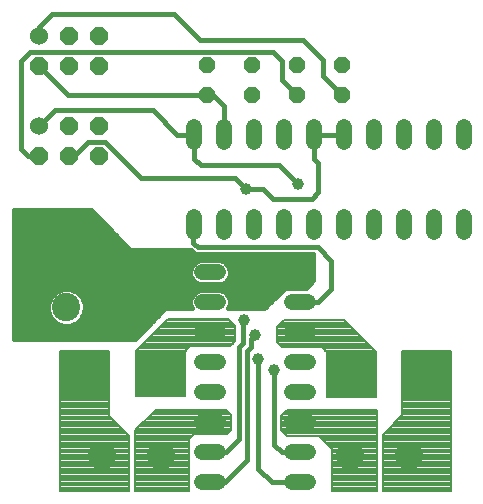
<source format=gtl>
G75*
G70*
%OFA0B0*%
%FSLAX24Y24*%
%IPPOS*%
%LPD*%
%AMOC8*
5,1,8,0,0,1.08239X$1,22.5*
%
%ADD10C,0.0945*%
%ADD11C,0.0520*%
%ADD12C,0.0600*%
%ADD13OC8,0.0600*%
%ADD14R,0.1669X0.1500*%
%ADD15OC8,0.0520*%
%ADD16C,0.0160*%
%ADD17C,0.0396*%
%ADD18C,0.0080*%
D10*
X003912Y001957D03*
X005881Y001957D03*
X002727Y006918D03*
X002727Y008887D03*
X012195Y001958D03*
X014163Y001958D03*
D11*
X010782Y002079D02*
X010262Y002079D01*
X010262Y001079D02*
X010782Y001079D01*
X010782Y003079D02*
X010262Y003079D01*
X010262Y004079D02*
X010782Y004079D01*
X010782Y005079D02*
X010262Y005079D01*
X010262Y006079D02*
X010782Y006079D01*
X010782Y007079D02*
X010262Y007079D01*
X010262Y008079D02*
X010782Y008079D01*
X010983Y009412D02*
X010983Y009932D01*
X009983Y009932D02*
X009983Y009412D01*
X008983Y009412D02*
X008983Y009932D01*
X007983Y009932D02*
X007983Y009412D01*
X006983Y009412D02*
X006983Y009932D01*
X007262Y008079D02*
X007782Y008079D01*
X007782Y007079D02*
X007262Y007079D01*
X007262Y006079D02*
X007782Y006079D01*
X007782Y005079D02*
X007262Y005079D01*
X007262Y004079D02*
X007782Y004079D01*
X007782Y003079D02*
X007262Y003079D01*
X007262Y002079D02*
X007782Y002079D01*
X007782Y001079D02*
X007262Y001079D01*
X011983Y009412D02*
X011983Y009932D01*
X012983Y009932D02*
X012983Y009412D01*
X013983Y009412D02*
X013983Y009932D01*
X014983Y009932D02*
X014983Y009412D01*
X015983Y009412D02*
X015983Y009932D01*
X015983Y012412D02*
X015983Y012932D01*
X014983Y012932D02*
X014983Y012412D01*
X013983Y012412D02*
X013983Y012932D01*
X012983Y012932D02*
X012983Y012412D01*
X011983Y012412D02*
X011983Y012932D01*
X010983Y012932D02*
X010983Y012412D01*
X009983Y012412D02*
X009983Y012932D01*
X008983Y012932D02*
X008983Y012412D01*
X007983Y012412D02*
X007983Y012932D01*
X006983Y012932D02*
X006983Y012412D01*
D12*
X001823Y012952D03*
X001823Y015952D03*
D13*
X001823Y014952D03*
X002823Y014952D03*
X002823Y015952D03*
X003823Y015952D03*
X003823Y014952D03*
X003823Y012952D03*
X002823Y012952D03*
X002823Y011952D03*
X003823Y011952D03*
X001823Y011952D03*
D14*
X003361Y004692D03*
X005873Y004692D03*
X012233Y004692D03*
X014745Y004692D03*
D15*
X011923Y013982D03*
X011923Y014982D03*
X010423Y014982D03*
X010423Y013982D03*
X008923Y013982D03*
X008923Y014982D03*
X007423Y014982D03*
X007423Y013982D03*
D16*
X002793Y013982D01*
X001823Y014952D01*
X001503Y015432D02*
X009603Y015432D01*
X009903Y015132D01*
X009903Y014502D01*
X010423Y013982D01*
X011283Y014622D02*
X011923Y013982D01*
X011283Y014622D02*
X011283Y015162D01*
X010623Y015822D01*
X007173Y015822D01*
X006303Y016692D01*
X002253Y016692D01*
X001823Y016262D01*
X001823Y015952D01*
X001503Y015432D02*
X001203Y015132D01*
X001203Y012192D01*
X001443Y011952D01*
X001823Y011952D01*
X001823Y012952D02*
X002353Y013482D01*
X005613Y013482D01*
X006423Y012672D01*
X006983Y012672D01*
X006983Y011872D01*
X007203Y011652D01*
X009813Y011652D01*
X010443Y011022D01*
X010923Y010542D02*
X011133Y010752D01*
X011133Y011712D01*
X010983Y011862D01*
X010983Y012672D01*
X011983Y012672D01*
X010923Y010542D02*
X009603Y010542D01*
X009273Y010872D01*
X008703Y010872D01*
X008343Y011232D01*
X005223Y011232D01*
X004023Y012432D01*
X003453Y012432D01*
X002973Y011952D01*
X002823Y011952D01*
X003543Y010152D02*
X004863Y008832D01*
X006882Y008842D01*
X007022Y008702D01*
X007204Y008702D01*
X010953Y008702D01*
X010953Y007812D01*
X010713Y007572D01*
X010023Y007572D01*
X009333Y006882D01*
X008134Y006882D01*
X008182Y007000D01*
X008182Y007159D01*
X008121Y007306D01*
X008009Y007418D01*
X007862Y007479D01*
X007183Y007479D01*
X007036Y007418D01*
X006923Y007306D01*
X006862Y007159D01*
X006862Y007000D01*
X006911Y006882D01*
X006033Y006882D01*
X005013Y005862D01*
X000983Y005862D01*
X000983Y010152D01*
X003543Y010152D01*
X003584Y010112D02*
X000983Y010112D01*
X000983Y009953D02*
X003742Y009953D01*
X003901Y009795D02*
X000983Y009795D01*
X000983Y009636D02*
X004059Y009636D01*
X004218Y009478D02*
X000983Y009478D01*
X000983Y009319D02*
X004376Y009319D01*
X004535Y009161D02*
X000983Y009161D01*
X000983Y009002D02*
X004693Y009002D01*
X004852Y008844D02*
X000983Y008844D01*
X000983Y008685D02*
X010953Y008685D01*
X010953Y008526D02*
X000983Y008526D01*
X000983Y008368D02*
X006985Y008368D01*
X007036Y008418D02*
X006923Y008306D01*
X006862Y008159D01*
X006862Y008000D01*
X006923Y007853D01*
X007036Y007740D01*
X007183Y007679D01*
X007862Y007679D01*
X008009Y007740D01*
X008121Y007853D01*
X008182Y008000D01*
X008182Y008159D01*
X008121Y008306D01*
X008009Y008418D01*
X007862Y008479D01*
X007183Y008479D01*
X007036Y008418D01*
X006883Y008209D02*
X000983Y008209D01*
X000983Y008051D02*
X006862Y008051D01*
X006907Y007892D02*
X000983Y007892D01*
X000983Y007734D02*
X007051Y007734D01*
X007034Y007417D02*
X003095Y007417D01*
X003074Y007438D02*
X002849Y007531D01*
X002605Y007531D01*
X002380Y007438D01*
X002208Y007265D01*
X002115Y007040D01*
X002115Y006797D01*
X002208Y006571D01*
X002380Y006399D01*
X002605Y006306D01*
X002849Y006306D01*
X003074Y006399D01*
X003246Y006571D01*
X003340Y006797D01*
X003340Y007040D01*
X003246Y007265D01*
X003074Y007438D01*
X003249Y007258D02*
X006904Y007258D01*
X006862Y007100D02*
X003315Y007100D01*
X003340Y006941D02*
X006887Y006941D01*
X005934Y006782D02*
X003334Y006782D01*
X003268Y006624D02*
X005775Y006624D01*
X005616Y006465D02*
X003140Y006465D01*
X002851Y006307D02*
X005458Y006307D01*
X005299Y006148D02*
X000983Y006148D01*
X000983Y005990D02*
X005141Y005990D01*
X002603Y006307D02*
X000983Y006307D01*
X000983Y006465D02*
X002314Y006465D01*
X002186Y006624D02*
X000983Y006624D01*
X000983Y006782D02*
X002121Y006782D01*
X002115Y006941D02*
X000983Y006941D01*
X000983Y007100D02*
X002139Y007100D01*
X002205Y007258D02*
X000983Y007258D01*
X000983Y007417D02*
X002359Y007417D01*
X000983Y007575D02*
X010716Y007575D01*
X010875Y007734D02*
X007993Y007734D01*
X008138Y007892D02*
X010953Y007892D01*
X010953Y008051D02*
X008182Y008051D01*
X008161Y008209D02*
X010953Y008209D01*
X010953Y008368D02*
X008059Y008368D01*
X008011Y007417D02*
X009868Y007417D01*
X009709Y007258D02*
X008141Y007258D01*
X008182Y007100D02*
X009551Y007100D01*
X009392Y006941D02*
X008158Y006941D01*
X008613Y006462D02*
X008643Y006492D01*
X008613Y006462D02*
X008613Y005712D01*
X008493Y005592D01*
X008493Y002532D01*
X008040Y002079D01*
X007522Y002079D01*
X007522Y001079D02*
X008030Y001079D01*
X008763Y001812D01*
X008763Y005472D01*
X008883Y005592D01*
X008883Y005862D01*
X009003Y005982D01*
X009123Y005202D02*
X009123Y001542D01*
X009586Y001079D01*
X010522Y001079D01*
X010522Y002079D02*
X009906Y002079D01*
X009663Y002322D01*
X009663Y004842D01*
X010522Y007079D02*
X011120Y007079D01*
X011553Y007512D01*
X011553Y008472D01*
X011103Y008922D01*
X007113Y008922D01*
X006963Y009072D01*
X006963Y009652D01*
X006983Y009672D01*
X007983Y012672D02*
X007983Y013632D01*
X007633Y013982D01*
X007423Y013982D01*
D17*
X008703Y010872D03*
X010443Y011022D03*
X008643Y006492D03*
X009003Y005982D03*
X009123Y005202D03*
X009663Y004842D03*
D18*
X002523Y005452D02*
X002523Y000802D01*
X004823Y000802D01*
X004823Y002632D01*
X004163Y003292D01*
X004163Y005452D01*
X002523Y005452D01*
X002523Y005388D02*
X004163Y005388D01*
X004163Y005309D02*
X002523Y005309D01*
X002523Y005230D02*
X004163Y005230D01*
X004163Y005152D02*
X002523Y005152D01*
X002523Y005073D02*
X004163Y005073D01*
X004163Y004995D02*
X002523Y004995D01*
X002523Y004916D02*
X004163Y004916D01*
X004163Y004838D02*
X002523Y004838D01*
X002523Y004759D02*
X004163Y004759D01*
X004163Y004681D02*
X002523Y004681D01*
X002523Y004602D02*
X004163Y004602D01*
X004163Y004524D02*
X002523Y004524D01*
X002523Y004445D02*
X004163Y004445D01*
X004163Y004366D02*
X002523Y004366D01*
X002523Y004288D02*
X004163Y004288D01*
X004163Y004209D02*
X002523Y004209D01*
X002523Y004131D02*
X004163Y004131D01*
X004163Y004052D02*
X002523Y004052D01*
X002523Y003974D02*
X004163Y003974D01*
X004163Y003895D02*
X002523Y003895D01*
X002523Y003817D02*
X004163Y003817D01*
X004163Y003738D02*
X002523Y003738D01*
X002523Y003660D02*
X004163Y003660D01*
X004163Y003581D02*
X002523Y003581D01*
X002523Y003502D02*
X004163Y003502D01*
X004163Y003424D02*
X002523Y003424D01*
X002523Y003345D02*
X004163Y003345D01*
X004189Y003267D02*
X002523Y003267D01*
X002523Y003188D02*
X004267Y003188D01*
X004346Y003110D02*
X002523Y003110D01*
X002523Y003031D02*
X004424Y003031D01*
X004503Y002953D02*
X002523Y002953D01*
X002523Y002874D02*
X004581Y002874D01*
X004660Y002796D02*
X002523Y002796D01*
X002523Y002717D02*
X004738Y002717D01*
X004817Y002639D02*
X002523Y002639D01*
X002523Y002560D02*
X004823Y002560D01*
X004823Y002481D02*
X002523Y002481D01*
X002523Y002403D02*
X004823Y002403D01*
X004823Y002324D02*
X002523Y002324D01*
X002523Y002246D02*
X004823Y002246D01*
X004823Y002167D02*
X002523Y002167D01*
X002523Y002089D02*
X004823Y002089D01*
X004823Y002010D02*
X002523Y002010D01*
X002523Y001932D02*
X004823Y001932D01*
X004823Y001853D02*
X002523Y001853D01*
X002523Y001775D02*
X004823Y001775D01*
X004823Y001696D02*
X002523Y001696D01*
X002523Y001617D02*
X004823Y001617D01*
X004823Y001539D02*
X002523Y001539D01*
X002523Y001460D02*
X004823Y001460D01*
X004823Y001382D02*
X002523Y001382D01*
X002523Y001303D02*
X004823Y001303D01*
X004823Y001225D02*
X002523Y001225D01*
X002523Y001146D02*
X004823Y001146D01*
X004823Y001068D02*
X002523Y001068D01*
X002523Y000989D02*
X004823Y000989D01*
X004823Y000911D02*
X002523Y000911D01*
X002523Y000832D02*
X004823Y000832D01*
X005033Y000832D02*
X006833Y000832D01*
X006833Y000802D02*
X005033Y000802D01*
X005033Y002812D01*
X005713Y003492D01*
X008063Y003492D01*
X008233Y003322D01*
X008233Y002842D01*
X008093Y002702D01*
X006993Y002702D01*
X006833Y002542D01*
X006833Y000802D01*
X006833Y000911D02*
X005033Y000911D01*
X005033Y000989D02*
X006833Y000989D01*
X006833Y001068D02*
X005033Y001068D01*
X005033Y001146D02*
X006833Y001146D01*
X006833Y001225D02*
X005033Y001225D01*
X005033Y001303D02*
X006833Y001303D01*
X006833Y001382D02*
X005033Y001382D01*
X005033Y001460D02*
X006833Y001460D01*
X006833Y001539D02*
X005033Y001539D01*
X005033Y001617D02*
X006833Y001617D01*
X006833Y001696D02*
X005033Y001696D01*
X005033Y001775D02*
X006833Y001775D01*
X006833Y001853D02*
X005033Y001853D01*
X005033Y001932D02*
X006833Y001932D01*
X006833Y002010D02*
X005033Y002010D01*
X005033Y002089D02*
X006833Y002089D01*
X006833Y002167D02*
X005033Y002167D01*
X005033Y002246D02*
X006833Y002246D01*
X006833Y002324D02*
X005033Y002324D01*
X005033Y002403D02*
X006833Y002403D01*
X006833Y002481D02*
X005033Y002481D01*
X005033Y002560D02*
X006851Y002560D01*
X006930Y002639D02*
X005033Y002639D01*
X005033Y002717D02*
X008108Y002717D01*
X008187Y002796D02*
X005033Y002796D01*
X005095Y002874D02*
X008233Y002874D01*
X008233Y002953D02*
X005174Y002953D01*
X005252Y003031D02*
X008233Y003031D01*
X008233Y003110D02*
X005331Y003110D01*
X005409Y003188D02*
X008233Y003188D01*
X008233Y003267D02*
X005488Y003267D01*
X005566Y003345D02*
X008210Y003345D01*
X008132Y003424D02*
X005645Y003424D01*
X005043Y003962D02*
X005043Y005462D01*
X006113Y006532D01*
X008113Y006532D01*
X008363Y006282D01*
X008363Y005792D01*
X008183Y005612D01*
X006853Y005612D01*
X006693Y005452D01*
X006693Y003962D01*
X005043Y003962D01*
X005043Y003974D02*
X006693Y003974D01*
X006693Y004052D02*
X005043Y004052D01*
X005043Y004131D02*
X006693Y004131D01*
X006693Y004209D02*
X005043Y004209D01*
X005043Y004288D02*
X006693Y004288D01*
X006693Y004366D02*
X005043Y004366D01*
X005043Y004445D02*
X006693Y004445D01*
X006693Y004524D02*
X005043Y004524D01*
X005043Y004602D02*
X006693Y004602D01*
X006693Y004681D02*
X005043Y004681D01*
X005043Y004759D02*
X006693Y004759D01*
X006693Y004838D02*
X005043Y004838D01*
X005043Y004916D02*
X006693Y004916D01*
X006693Y004995D02*
X005043Y004995D01*
X005043Y005073D02*
X006693Y005073D01*
X006693Y005152D02*
X005043Y005152D01*
X005043Y005230D02*
X006693Y005230D01*
X006693Y005309D02*
X005043Y005309D01*
X005043Y005388D02*
X006693Y005388D01*
X006707Y005466D02*
X005047Y005466D01*
X005126Y005545D02*
X006786Y005545D01*
X005990Y006409D02*
X008237Y006409D01*
X008158Y006487D02*
X006068Y006487D01*
X005911Y006330D02*
X008315Y006330D01*
X008363Y006251D02*
X005833Y006251D01*
X005754Y006173D02*
X008363Y006173D01*
X008363Y006094D02*
X005676Y006094D01*
X005597Y006016D02*
X008363Y006016D01*
X008363Y005937D02*
X005518Y005937D01*
X005440Y005859D02*
X008363Y005859D01*
X008351Y005780D02*
X005361Y005780D01*
X005283Y005702D02*
X008273Y005702D01*
X008194Y005623D02*
X005204Y005623D01*
X009743Y005762D02*
X009743Y006252D01*
X009993Y006502D01*
X011993Y006502D01*
X013063Y005432D01*
X013063Y003932D01*
X011413Y003932D01*
X011413Y005422D01*
X011253Y005582D01*
X009923Y005582D01*
X009743Y005762D01*
X009743Y005780D02*
X012715Y005780D01*
X012637Y005859D02*
X009743Y005859D01*
X009743Y005937D02*
X012558Y005937D01*
X012480Y006016D02*
X009743Y006016D01*
X009743Y006094D02*
X012401Y006094D01*
X012323Y006173D02*
X009743Y006173D01*
X009743Y006251D02*
X012244Y006251D01*
X012165Y006330D02*
X009821Y006330D01*
X009900Y006409D02*
X012087Y006409D01*
X012008Y006487D02*
X009978Y006487D01*
X009804Y005702D02*
X012794Y005702D01*
X012872Y005623D02*
X009882Y005623D01*
X011291Y005545D02*
X012951Y005545D01*
X013029Y005466D02*
X011369Y005466D01*
X011413Y005388D02*
X013063Y005388D01*
X013063Y005309D02*
X011413Y005309D01*
X011413Y005230D02*
X013063Y005230D01*
X013063Y005152D02*
X011413Y005152D01*
X011413Y005073D02*
X013063Y005073D01*
X013063Y004995D02*
X011413Y004995D01*
X011413Y004916D02*
X013063Y004916D01*
X013063Y004838D02*
X011413Y004838D01*
X011413Y004759D02*
X013063Y004759D01*
X013063Y004681D02*
X011413Y004681D01*
X011413Y004602D02*
X013063Y004602D01*
X013063Y004524D02*
X011413Y004524D01*
X011413Y004445D02*
X013063Y004445D01*
X013063Y004366D02*
X011413Y004366D01*
X011413Y004288D02*
X013063Y004288D01*
X013063Y004209D02*
X011413Y004209D01*
X011413Y004131D02*
X013063Y004131D01*
X013063Y004052D02*
X011413Y004052D01*
X011413Y003974D02*
X013063Y003974D01*
X013093Y003502D02*
X013093Y000802D01*
X011593Y000802D01*
X011593Y002202D01*
X011163Y002632D01*
X010083Y002632D01*
X009883Y002832D01*
X009883Y003302D01*
X010083Y003502D01*
X013093Y003502D01*
X013093Y003424D02*
X010005Y003424D01*
X009926Y003345D02*
X013093Y003345D01*
X013093Y003267D02*
X009883Y003267D01*
X009883Y003188D02*
X013093Y003188D01*
X013093Y003110D02*
X009883Y003110D01*
X009883Y003031D02*
X013093Y003031D01*
X013093Y002953D02*
X009883Y002953D01*
X009883Y002874D02*
X013093Y002874D01*
X013093Y002796D02*
X009920Y002796D01*
X009998Y002717D02*
X013093Y002717D01*
X013093Y002639D02*
X010077Y002639D01*
X011236Y002560D02*
X013093Y002560D01*
X013093Y002481D02*
X011314Y002481D01*
X011393Y002403D02*
X013093Y002403D01*
X013093Y002324D02*
X011471Y002324D01*
X011550Y002246D02*
X013093Y002246D01*
X013093Y002167D02*
X011593Y002167D01*
X011593Y002089D02*
X013093Y002089D01*
X013093Y002010D02*
X011593Y002010D01*
X011593Y001932D02*
X013093Y001932D01*
X013093Y001853D02*
X011593Y001853D01*
X011593Y001775D02*
X013093Y001775D01*
X013093Y001696D02*
X011593Y001696D01*
X011593Y001617D02*
X013093Y001617D01*
X013093Y001539D02*
X011593Y001539D01*
X011593Y001460D02*
X013093Y001460D01*
X013093Y001382D02*
X011593Y001382D01*
X011593Y001303D02*
X013093Y001303D01*
X013093Y001225D02*
X011593Y001225D01*
X011593Y001146D02*
X013093Y001146D01*
X013093Y001068D02*
X011593Y001068D01*
X011593Y000989D02*
X013093Y000989D01*
X013093Y000911D02*
X011593Y000911D01*
X011593Y000832D02*
X013093Y000832D01*
X013293Y000832D02*
X015563Y000832D01*
X015563Y000802D02*
X013293Y000802D01*
X013293Y002652D01*
X013923Y003312D01*
X013923Y005472D01*
X015563Y005472D01*
X015563Y000802D01*
X015563Y000911D02*
X013293Y000911D01*
X013293Y000989D02*
X015563Y000989D01*
X015563Y001068D02*
X013293Y001068D01*
X013293Y001146D02*
X015563Y001146D01*
X015563Y001225D02*
X013293Y001225D01*
X013293Y001303D02*
X015563Y001303D01*
X015563Y001382D02*
X013293Y001382D01*
X013293Y001460D02*
X015563Y001460D01*
X015563Y001539D02*
X013293Y001539D01*
X013293Y001617D02*
X015563Y001617D01*
X015563Y001696D02*
X013293Y001696D01*
X013293Y001775D02*
X015563Y001775D01*
X015563Y001853D02*
X013293Y001853D01*
X013293Y001932D02*
X015563Y001932D01*
X015563Y002010D02*
X013293Y002010D01*
X013293Y002089D02*
X015563Y002089D01*
X015563Y002167D02*
X013293Y002167D01*
X013293Y002246D02*
X015563Y002246D01*
X015563Y002324D02*
X013293Y002324D01*
X013293Y002403D02*
X015563Y002403D01*
X015563Y002481D02*
X013293Y002481D01*
X013293Y002560D02*
X015563Y002560D01*
X015563Y002639D02*
X013293Y002639D01*
X013355Y002717D02*
X015563Y002717D01*
X015563Y002796D02*
X013430Y002796D01*
X013505Y002874D02*
X015563Y002874D01*
X015563Y002953D02*
X013580Y002953D01*
X013655Y003031D02*
X015563Y003031D01*
X015563Y003110D02*
X013730Y003110D01*
X013805Y003188D02*
X015563Y003188D01*
X015563Y003267D02*
X013880Y003267D01*
X013923Y003345D02*
X015563Y003345D01*
X015563Y003424D02*
X013923Y003424D01*
X013923Y003502D02*
X015563Y003502D01*
X015563Y003581D02*
X013923Y003581D01*
X013923Y003660D02*
X015563Y003660D01*
X015563Y003738D02*
X013923Y003738D01*
X013923Y003817D02*
X015563Y003817D01*
X015563Y003895D02*
X013923Y003895D01*
X013923Y003974D02*
X015563Y003974D01*
X015563Y004052D02*
X013923Y004052D01*
X013923Y004131D02*
X015563Y004131D01*
X015563Y004209D02*
X013923Y004209D01*
X013923Y004288D02*
X015563Y004288D01*
X015563Y004366D02*
X013923Y004366D01*
X013923Y004445D02*
X015563Y004445D01*
X015563Y004524D02*
X013923Y004524D01*
X013923Y004602D02*
X015563Y004602D01*
X015563Y004681D02*
X013923Y004681D01*
X013923Y004759D02*
X015563Y004759D01*
X015563Y004838D02*
X013923Y004838D01*
X013923Y004916D02*
X015563Y004916D01*
X015563Y004995D02*
X013923Y004995D01*
X013923Y005073D02*
X015563Y005073D01*
X015563Y005152D02*
X013923Y005152D01*
X013923Y005230D02*
X015563Y005230D01*
X015563Y005309D02*
X013923Y005309D01*
X013923Y005388D02*
X015563Y005388D01*
X015563Y005466D02*
X013923Y005466D01*
M02*

</source>
